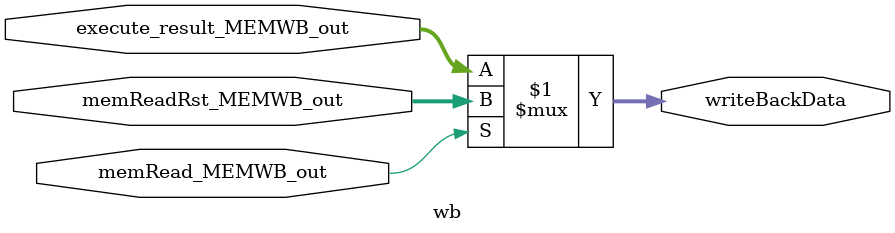
<source format=sv>
`default_nettype none

module wb (
        ///// INPUTS  /////
        input wire [31:0] memReadRst_MEMWB_out,
        input wire memRead_MEMWB_out,
        input wire [31:0] execute_result_MEMWB_out,

        ///// OUTPUTS  /////
        output wire [31:0] writeBackData
        );

        assign writeBackData = (memRead_MEMWB_out) ? memReadRst_MEMWB_out : execute_result_MEMWB_out;

endmodule

`default_nettype wire
</source>
